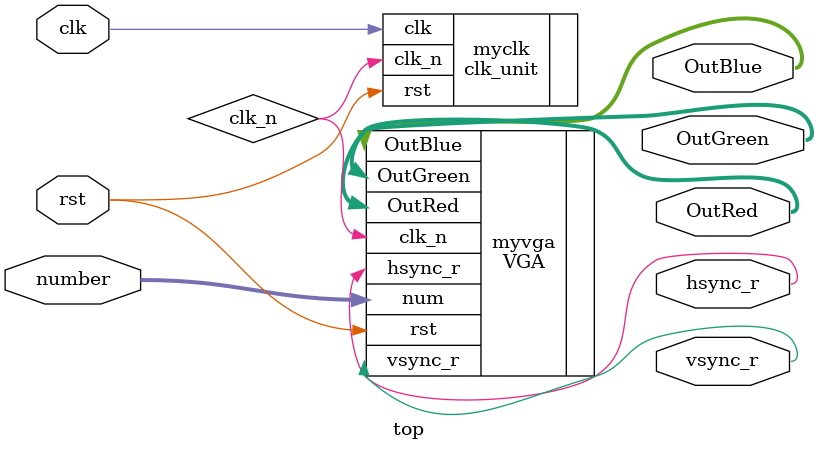
<source format=v>
module top(
	clk,
	rst,
	number,
	hsync_r,
	vsync_r,
	OutRed,
	OutGreen,
	OutBlue);

    output hsync_r, vsync_r;
    output [3:0]OutRed, OutGreen;
    output [3:0]OutBlue;
    input [199:0]number;
    input clk,rst;
    
    wire clk_n;

    clk_unit myclk(
	    .clk(clk),
	    .rst(rst),
	    .clk_n(clk_n)
	);


    VGA myvga(
    	.hsync_r(hsync_r),
    	.vsync_r(vsync_r),
    	.OutRed(OutRed),
    	.OutGreen(OutGreen),
    	.OutBlue(OutBlue),
        .clk_n(clk_n),
        .rst(rst),
        .num(number)
    );

endmodule
</source>
